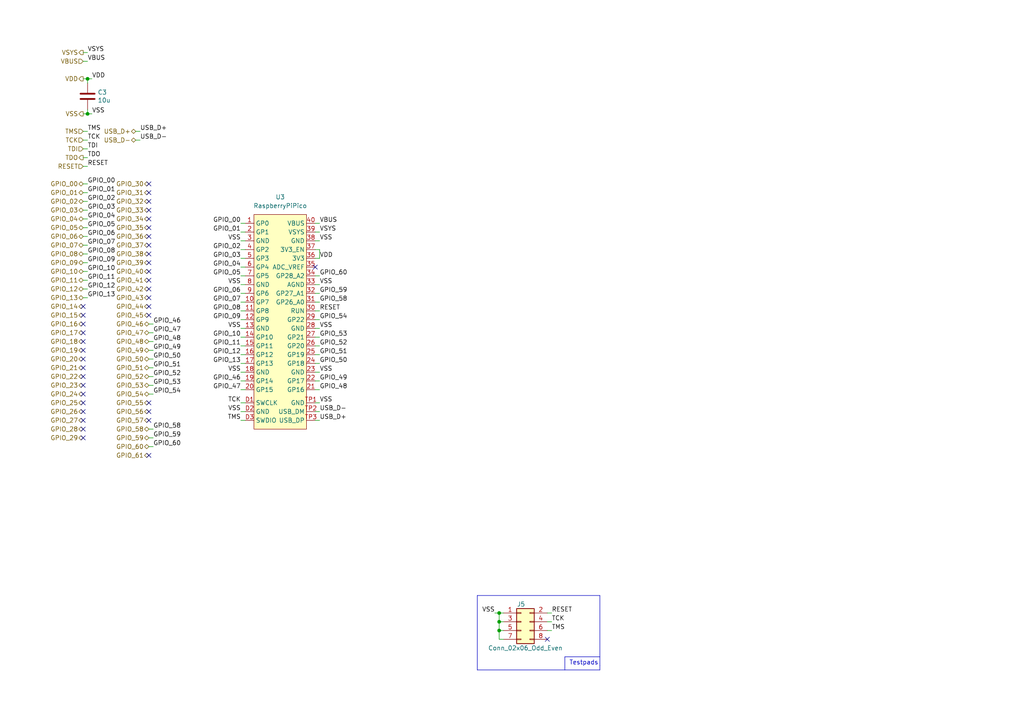
<source format=kicad_sch>
(kicad_sch (version 20230121) (generator eeschema)
  (paper "A4")
  (lib_symbols
    (symbol "Connector_Generic:Conn_02x04_Odd_Even" (pin_names (offset 1.016) hide)
      (property "Reference" "J" (at 1.27 5.08 0))
      (property "Value" "Conn_02x04_Odd_Even" (at 1.27 -7.62 0))
      (symbol "Conn_02x04_Odd_Even_1_1"
        (rectangle (start -1.27 -4.953) (end 0 -5.207) (stroke (width 0.1524)))
        (rectangle (start -1.27 -2.413) (end 0 -2.667) (stroke (width 0.1524)))
        (rectangle (start -1.27 0.127) (end 0 -0.127) (stroke (width 0.1524)))
        (rectangle (start -1.27 2.667) (end 0 2.413) (stroke (width 0.1524)))
        (rectangle (start -1.27 3.81) (end 3.81 -6.35) (stroke (width 0.254)) (fill (type background)))
        (rectangle (start 3.81 -4.953) (end 2.54 -5.207) (stroke (width 0.1524)))
        (rectangle (start 3.81 -2.413) (end 2.54 -2.667) (stroke (width 0.1524)))
        (rectangle (start 3.81 0.127) (end 2.54 -0.127) (stroke (width 0.1524)))
        (rectangle (start 3.81 2.667) (end 2.54 2.413) (stroke (width 0.1524)))
        (pin passive line (at -5.08 2.54 0) (length 3.81) (name "Pin_1") (number "1"))
        (pin passive line (at 7.62 2.54 180) (length 3.81) (name "Pin_2") (number "2"))
        (pin passive line (at -5.08 0 0) (length 3.81) (name "Pin_3") (number "3"))
        (pin passive line (at 7.62 0 180) (length 3.81) (name "Pin_4") (number "4"))
        (pin passive line (at -5.08 -2.54 0) (length 3.81) (name "Pin_5") (number "5"))
        (pin passive line (at 7.62 -2.54 180) (length 3.81) (name "Pin_6") (number "6"))
        (pin passive line (at -5.08 -5.08 0) (length 3.81) (name "Pin_7") (number "7"))
        (pin passive line (at 7.62 -5.08 180) (length 3.81) (name "Pin_8") (number "8"))
      )
    )
    (symbol "Device:C" (pin_numbers hide) (pin_names (offset 0.254))
      (property "Reference" "C" (at 0.635 2.54 0))
      (property "Value" "C" (at 0.635 -2.54 0))
      (symbol "C_0_1"
        (polyline (pts (xy -2.032 -0.762) (xy 2.032 -0.762)) (stroke (width 0.508)))
        (polyline (pts (xy -2.032 0.762) (xy 2.032 0.762)) (stroke (width 0.508)))
      )
      (symbol "C_1_1"
        (pin passive line (at 0 3.81 270) (length 2.794) (name "~") (number "1"))
        (pin passive line (at 0 -3.81 90) (length 2.794) (name "~") (number "2"))
      )
    )
    (symbol "SquantorModules:RaspberryPiPico_extra"
      (property "Reference" "U" (at 0 27.94 0))
      (property "Value" "RaspberryPiPico" (at 0 -36.83 0))
      (symbol "RaspberryPiPico_extra_0_1"
        (rectangle (start -7.62 26.67) (end 7.62 -35.56) (fill (type background)))
      )
      (symbol "RaspberryPiPico_extra_1_1"
        (pin bidirectional line (at -10.16 24.13 0) (length 2.54) (name "GP0") (number "1"))
        (pin bidirectional line (at -10.16 1.27 0) (length 2.54) (name "GP7") (number "10"))
        (pin bidirectional line (at -10.16 -1.27 0) (length 2.54) (name "GP8") (number "11"))
        (pin bidirectional line (at -10.16 -3.81 0) (length 2.54) (name "GP9") (number "12"))
        (pin power_in line (at -10.16 -6.35 0) (length 2.54) (name "GND") (number "13"))
        (pin bidirectional line (at -10.16 -8.89 0) (length 2.54) (name "GP10") (number "14"))
        (pin bidirectional line (at -10.16 -11.43 0) (length 2.54) (name "GP11") (number "15"))
        (pin bidirectional line (at -10.16 -13.97 0) (length 2.54) (name "GP12") (number "16"))
        (pin bidirectional line (at -10.16 -16.51 0) (length 2.54) (name "GP13") (number "17"))
        (pin power_in line (at -10.16 -19.05 0) (length 2.54) (name "GND") (number "18"))
        (pin bidirectional line (at -10.16 -21.59 0) (length 2.54) (name "GP14") (number "19"))
        (pin bidirectional line (at -10.16 21.59 0) (length 2.54) (name "GP1") (number "2"))
        (pin bidirectional line (at -10.16 -24.13 0) (length 2.54) (name "GP15") (number "20"))
        (pin bidirectional line (at 10.16 -24.13 180) (length 2.54) (name "GP16") (number "21"))
        (pin bidirectional line (at 10.16 -21.59 180) (length 2.54) (name "GP17") (number "22"))
        (pin power_in line (at 10.16 -19.05 180) (length 2.54) (name "GND") (number "23"))
        (pin bidirectional line (at 10.16 -16.51 180) (length 2.54) (name "GP18") (number "24"))
        (pin bidirectional line (at 10.16 -13.97 180) (length 2.54) (name "GP19") (number "25"))
        (pin bidirectional line (at 10.16 -11.43 180) (length 2.54) (name "GP20") (number "26"))
        (pin bidirectional line (at 10.16 -8.89 180) (length 2.54) (name "GP21") (number "27"))
        (pin power_in line (at 10.16 -6.35 180) (length 2.54) (name "GND") (number "28"))
        (pin bidirectional line (at 10.16 -3.81 180) (length 2.54) (name "GP22") (number "29"))
        (pin power_in line (at -10.16 19.05 0) (length 2.54) (name "GND") (number "3"))
        (pin input line (at 10.16 -1.27 180) (length 2.54) (name "RUN") (number "30"))
        (pin bidirectional line (at 10.16 1.27 180) (length 2.54) (name "GP26_A0") (number "31"))
        (pin bidirectional line (at 10.16 3.81 180) (length 2.54) (name "GP27_A1") (number "32"))
        (pin power_in line (at 10.16 6.35 180) (length 2.54) (name "AGND") (number "33"))
        (pin bidirectional line (at 10.16 8.89 180) (length 2.54) (name "GP28_A2") (number "34"))
        (pin power_out line (at 10.16 11.43 180) (length 2.54) (name "ADC_VREF") (number "35"))
        (pin power_out line (at 10.16 13.97 180) (length 2.54) (name "3V3") (number "36"))
        (pin input line (at 10.16 16.51 180) (length 2.54) (name "3V3_EN") (number "37"))
        (pin power_in line (at 10.16 19.05 180) (length 2.54) (name "GND") (number "38"))
        (pin power_out line (at 10.16 21.59 180) (length 2.54) (name "VSYS") (number "39"))
        (pin bidirectional line (at -10.16 16.51 0) (length 2.54) (name "GP2") (number "4"))
        (pin power_in line (at 10.16 24.13 180) (length 2.54) (name "VBUS") (number "40"))
        (pin bidirectional line (at -10.16 13.97 0) (length 2.54) (name "GP3") (number "5"))
        (pin bidirectional line (at -10.16 11.43 0) (length 2.54) (name "GP4") (number "6"))
        (pin bidirectional line (at -10.16 8.89 0) (length 2.54) (name "GP5") (number "7"))
        (pin power_in line (at -10.16 6.35 0) (length 2.54) (name "GND") (number "8"))
        (pin bidirectional line (at -10.16 3.81 0) (length 2.54) (name "GP6") (number "9"))
        (pin input line (at -10.16 -27.94 0) (length 2.54) (name "SWCLK") (number "D1"))
        (pin power_in line (at -10.16 -30.48 0) (length 2.54) (name "GND") (number "D2"))
        (pin bidirectional line (at -10.16 -33.02 0) (length 2.54) (name "SWDIO") (number "D3"))
        (pin power_in line (at 10.16 -27.94 180) (length 2.54) (name "GND") (number "TP1"))
        (pin bidirectional line (at 10.16 -30.48 180) (length 2.54) (name "USB_DM") (number "TP2"))
        (pin bidirectional line (at 10.16 -33.02 180) (length 2.54) (name "USB_DP") (number "TP3"))
      )
    )
  )
  (junction (at 144.78 177.8))
  (junction (at 144.78 180.34))
  (junction (at 144.78 182.88))
  (junction (at 25.4 33.02))
  (junction (at 25.4 22.86))
  (no_connect (at 24.13 109.22))
  (no_connect (at 43.18 116.84))
  (no_connect (at 43.18 119.38))
  (no_connect (at 43.18 121.92))
  (no_connect (at 43.18 91.44))
  (no_connect (at 24.13 96.52))
  (no_connect (at 43.18 73.66))
  (no_connect (at 24.13 119.38))
  (no_connect (at 24.13 111.76))
  (no_connect (at 24.13 88.9))
  (no_connect (at 24.13 114.3))
  (no_connect (at 43.18 81.28))
  (no_connect (at 43.18 60.96))
  (no_connect (at 24.13 91.44))
  (no_connect (at 24.13 121.92))
  (no_connect (at 43.18 86.36))
  (no_connect (at 43.18 55.88))
  (no_connect (at 24.13 104.14))
  (no_connect (at 24.13 93.98))
  (no_connect (at 43.18 58.42))
  (no_connect (at 24.13 116.84))
  (no_connect (at 43.18 66.04))
  (no_connect (at 24.13 106.68))
  (no_connect (at 43.18 71.12))
  (no_connect (at 24.13 101.6))
  (no_connect (at 24.13 124.46))
  (no_connect (at 24.13 127))
  (no_connect (at 43.18 76.2))
  (no_connect (at 43.18 68.58))
  (no_connect (at 91.44 77.47))
  (no_connect (at 43.18 132.08))
  (no_connect (at 43.18 83.82))
  (no_connect (at 43.18 63.5))
  (no_connect (at 43.18 88.9))
  (no_connect (at 43.18 53.34))
  (no_connect (at 158.75 185.42))
  (no_connect (at 24.13 99.06))
  (no_connect (at 43.18 78.74))
  (wire (pts (xy 91.44 113.03) (xy 92.71 113.03)))
  (wire (pts (xy 69.85 95.25) (xy 71.12 95.25)))
  (wire (pts (xy 24.13 73.66) (xy 25.4 73.66)))
  (wire (pts (xy 43.18 106.68) (xy 44.45 106.68)))
  (wire (pts (xy 69.85 121.92) (xy 71.12 121.92)))
  (wire (pts (xy 69.85 90.17) (xy 71.12 90.17)))
  (wire (pts (xy 69.85 77.47) (xy 71.12 77.47)))
  (wire (pts (xy 144.78 177.8) (xy 144.78 180.34)))
  (wire (pts (xy 43.18 93.98) (xy 44.45 93.98)))
  (wire (pts (xy 39.37 38.1) (xy 40.64 38.1)))
  (wire (pts (xy 24.13 53.34) (xy 25.4 53.34)))
  (wire (pts (xy 91.44 121.92) (xy 92.71 121.92)))
  (wire (pts (xy 158.75 182.88) (xy 160.02 182.88)))
  (wire (pts (xy 39.37 40.64) (xy 40.64 40.64)))
  (wire (pts (xy 91.44 102.87) (xy 92.71 102.87)))
  (wire (pts (xy 69.85 110.49) (xy 71.12 110.49)))
  (wire (pts (xy 24.13 66.04) (xy 25.4 66.04)))
  (wire (pts (xy 69.85 74.93) (xy 71.12 74.93)))
  (wire (pts (xy 24.13 17.78) (xy 25.4 17.78)))
  (wire (pts (xy 24.13 15.24) (xy 25.4 15.24)))
  (wire (pts (xy 69.85 92.71) (xy 71.12 92.71)))
  (polyline (pts (xy 138.43 194.31) (xy 173.99 194.31)))
  (wire (pts (xy 69.85 87.63) (xy 71.12 87.63)))
  (wire (pts (xy 91.44 74.93) (xy 92.71 74.93)))
  (wire (pts (xy 24.13 81.28) (xy 25.4 81.28)))
  (wire (pts (xy 69.85 69.85) (xy 71.12 69.85)))
  (wire (pts (xy 43.18 99.06) (xy 44.45 99.06)))
  (wire (pts (xy 91.44 67.31) (xy 92.71 67.31)))
  (wire (pts (xy 26.67 33.02) (xy 25.4 33.02)))
  (wire (pts (xy 144.78 177.8) (xy 146.05 177.8)))
  (wire (pts (xy 43.18 111.76) (xy 44.45 111.76)))
  (wire (pts (xy 91.44 85.09) (xy 92.71 85.09)))
  (wire (pts (xy 91.44 82.55) (xy 92.71 82.55)))
  (wire (pts (xy 144.78 182.88) (xy 144.78 185.42)))
  (wire (pts (xy 24.13 60.96) (xy 25.4 60.96)))
  (wire (pts (xy 91.44 87.63) (xy 92.71 87.63)))
  (wire (pts (xy 24.13 63.5) (xy 25.4 63.5)))
  (wire (pts (xy 69.85 116.84) (xy 71.12 116.84)))
  (wire (pts (xy 24.13 33.02) (xy 25.4 33.02)))
  (wire (pts (xy 158.75 180.34) (xy 160.02 180.34)))
  (wire (pts (xy 43.18 101.6) (xy 44.45 101.6)))
  (wire (pts (xy 24.13 71.12) (xy 25.4 71.12)))
  (wire (pts (xy 69.85 67.31) (xy 71.12 67.31)))
  (wire (pts (xy 69.85 64.77) (xy 71.12 64.77)))
  (wire (pts (xy 69.85 80.01) (xy 71.12 80.01)))
  (wire (pts (xy 69.85 107.95) (xy 71.12 107.95)))
  (wire (pts (xy 24.13 43.18) (xy 25.4 43.18)))
  (wire (pts (xy 25.4 33.02) (xy 25.4 31.75)))
  (wire (pts (xy 91.44 100.33) (xy 92.71 100.33)))
  (wire (pts (xy 144.78 180.34) (xy 144.78 182.88)))
  (wire (pts (xy 24.13 68.58) (xy 25.4 68.58)))
  (wire (pts (xy 158.75 177.8) (xy 160.02 177.8)))
  (wire (pts (xy 43.18 109.22) (xy 44.45 109.22)))
  (wire (pts (xy 91.44 105.41) (xy 92.71 105.41)))
  (wire (pts (xy 24.13 78.74) (xy 25.4 78.74)))
  (polyline (pts (xy 173.99 193.04) (xy 173.99 172.72)))
  (wire (pts (xy 69.85 105.41) (xy 71.12 105.41)))
  (polyline (pts (xy 173.99 193.04) (xy 173.99 194.31)))
  (wire (pts (xy 25.4 40.64) (xy 24.13 40.64)))
  (wire (pts (xy 69.85 100.33) (xy 71.12 100.33)))
  (wire (pts (xy 43.18 124.46) (xy 44.45 124.46)))
  (wire (pts (xy 143.51 177.8) (xy 144.78 177.8)))
  (wire (pts (xy 69.85 72.39) (xy 71.12 72.39)))
  (wire (pts (xy 69.85 97.79) (xy 71.12 97.79)))
  (wire (pts (xy 91.44 69.85) (xy 92.71 69.85)))
  (wire (pts (xy 91.44 95.25) (xy 92.71 95.25)))
  (wire (pts (xy 91.44 64.77) (xy 92.71 64.77)))
  (wire (pts (xy 24.13 76.2) (xy 25.4 76.2)))
  (wire (pts (xy 144.78 182.88) (xy 146.05 182.88)))
  (wire (pts (xy 91.44 90.17) (xy 92.71 90.17)))
  (wire (pts (xy 24.13 83.82) (xy 25.4 83.82)))
  (wire (pts (xy 91.44 72.39) (xy 92.71 72.39)))
  (wire (pts (xy 24.13 55.88) (xy 25.4 55.88)))
  (wire (pts (xy 24.13 48.26) (xy 25.4 48.26)))
  (wire (pts (xy 43.18 96.52) (xy 44.45 96.52)))
  (wire (pts (xy 25.4 45.72) (xy 24.13 45.72)))
  (wire (pts (xy 24.13 38.1) (xy 25.4 38.1)))
  (wire (pts (xy 91.44 107.95) (xy 92.71 107.95)))
  (wire (pts (xy 69.85 113.03) (xy 71.12 113.03)))
  (wire (pts (xy 24.13 86.36) (xy 25.4 86.36)))
  (wire (pts (xy 43.18 129.54) (xy 44.45 129.54)))
  (wire (pts (xy 26.67 22.86) (xy 25.4 22.86)))
  (wire (pts (xy 69.85 119.38) (xy 71.12 119.38)))
  (wire (pts (xy 24.13 22.86) (xy 25.4 22.86)))
  (wire (pts (xy 91.44 116.84) (xy 92.71 116.84)))
  (wire (pts (xy 69.85 102.87) (xy 71.12 102.87)))
  (polyline (pts (xy 138.43 172.72) (xy 138.43 194.31)))
  (wire (pts (xy 91.44 92.71) (xy 92.71 92.71)))
  (wire (pts (xy 25.4 22.86) (xy 25.4 24.13)))
  (polyline (pts (xy 173.99 172.72) (xy 138.43 172.72)))
  (wire (pts (xy 43.18 114.3) (xy 44.45 114.3)))
  (wire (pts (xy 43.18 104.14) (xy 44.45 104.14)))
  (polyline (pts (xy 163.83 190.5) (xy 163.83 194.31)))
  (wire (pts (xy 91.44 80.01) (xy 92.71 80.01)))
  (wire (pts (xy 43.18 127) (xy 44.45 127)))
  (wire (pts (xy 91.44 97.79) (xy 92.71 97.79)))
  (wire (pts (xy 69.85 82.55) (xy 71.12 82.55)))
  (wire (pts (xy 69.85 85.09) (xy 71.12 85.09)))
  (wire (pts (xy 92.71 72.39) (xy 92.71 74.93)))
  (polyline (pts (xy 173.99 190.5) (xy 163.83 190.5)))
  (wire (pts (xy 144.78 180.34) (xy 146.05 180.34)))
  (wire (pts (xy 144.78 185.42) (xy 146.05 185.42)))
  (wire (pts (xy 24.13 58.42) (xy 25.4 58.42)))
  (wire (pts (xy 91.44 119.38) (xy 92.71 119.38)))
  (wire (pts (xy 91.44 110.49) (xy 92.71 110.49)))
  (text "Testpads" (at 165.1 193.04 0) (effects (font (size 1.27 1.27)) (justify left bottom)))
  (label "USB_D-" (at 40.64 40.64 0))
  (label "GPIO_51" (at 92.71 102.87 0))
  (label "VBUS" (at 25.4 17.78 0))
  (label "VSS" (at 26.67 33.02 0))
  (label "GPIO_52" (at 92.71 100.33 0))
  (label "GPIO_49" (at 92.71 110.49 0))
  (label "GPIO_11" (at 25.4 81.28 0))
  (label "GPIO_53" (at 44.45 111.76 0))
  (label "GPIO_08" (at 69.85 90.17 180))
  (label "RESET" (at 160.02 177.8 0))
  (label "GPIO_03" (at 25.4 60.96 0))
  (label "GPIO_01" (at 25.4 55.88 0))
  (label "VBUS" (at 92.71 64.77 0))
  (label "VSS" (at 143.51 177.8 180))
  (label "GPIO_01" (at 69.85 67.31 180))
  (label "GPIO_50" (at 44.45 104.14 0))
  (label "TCK" (at 69.85 116.84 180))
  (label "VSS" (at 92.71 107.95 0))
  (label "TCK" (at 25.4 40.64 0))
  (label "VSS" (at 92.71 69.85 0))
  (label "GPIO_59" (at 44.45 127 0))
  (label "GPIO_46" (at 69.85 110.49 180))
  (label "VSS" (at 69.85 119.38 180))
  (label "USB_D+" (at 92.71 121.92 0))
  (label "GPIO_60" (at 44.45 129.54 0))
  (label "GPIO_02" (at 25.4 58.42 0))
  (label "GPIO_58" (at 92.71 87.63 0))
  (label "VSS" (at 92.71 82.55 0))
  (label "GPIO_07" (at 25.4 71.12 0))
  (label "VSYS" (at 92.71 67.31 0))
  (label "GPIO_52" (at 44.45 109.22 0))
  (label "TMS" (at 69.85 121.92 180))
  (label "GPIO_50" (at 92.71 105.41 0))
  (label "VSYS" (at 25.4 15.24 0))
  (label "RESET" (at 92.71 90.17 0))
  (label "GPIO_13" (at 69.85 105.41 180))
  (label "GPIO_06" (at 25.4 68.58 0))
  (label "GPIO_05" (at 69.85 80.01 180))
  (label "GPIO_11" (at 69.85 100.33 180))
  (label "GPIO_47" (at 69.85 113.03 180))
  (label "TDO" (at 25.4 45.72 0))
  (label "GPIO_10" (at 25.4 78.74 0))
  (label "GPIO_54" (at 92.71 92.71 0))
  (label "GPIO_09" (at 69.85 92.71 180))
  (label "VDD" (at 92.71 74.93 0))
  (label "GPIO_13" (at 25.4 86.36 0))
  (label "VSS" (at 69.85 95.25 180))
  (label "GPIO_12" (at 25.4 83.82 0))
  (label "GPIO_02" (at 69.85 72.39 180))
  (label "GPIO_60" (at 92.71 80.01 0))
  (label "GPIO_04" (at 25.4 63.5 0))
  (label "VSS" (at 69.85 107.95 180))
  (label "USB_D-" (at 92.71 119.38 0))
  (label "TDI" (at 25.4 43.18 0))
  (label "GPIO_04" (at 69.85 77.47 180))
  (label "USB_D+" (at 40.64 38.1 0))
  (label "VSS" (at 92.71 116.84 0))
  (label "GPIO_54" (at 44.45 114.3 0))
  (label "TMS" (at 160.02 182.88 0))
  (label "GPIO_10" (at 69.85 97.79 180))
  (label "GPIO_48" (at 92.71 113.03 0))
  (label "GPIO_00" (at 69.85 64.77 180))
  (label "GPIO_03" (at 69.85 74.93 180))
  (label "GPIO_46" (at 44.45 93.98 0))
  (label "GPIO_48" (at 44.45 99.06 0))
  (label "GPIO_05" (at 25.4 66.04 0))
  (label "GPIO_06" (at 69.85 85.09 180))
  (label "VSS" (at 69.85 82.55 180))
  (label "GPIO_12" (at 69.85 102.87 180))
  (label "GPIO_51" (at 44.45 106.68 0))
  (label "VSS" (at 69.85 69.85 180))
  (label "GPIO_58" (at 44.45 124.46 0))
  (label "GPIO_47" (at 44.45 96.52 0))
  (label "GPIO_53" (at 92.71 97.79 0))
  (label "GPIO_59" (at 92.71 85.09 0))
  (label "GPIO_00" (at 25.4 53.34 0))
  (label "GPIO_08" (at 25.4 73.66 0))
  (label "GPIO_49" (at 44.45 101.6 0))
  (label "TCK" (at 160.02 180.34 0))
  (label "VSS" (at 92.71 95.25 0))
  (label "RESET" (at 25.4 48.26 0))
  (label "GPIO_09" (at 25.4 76.2 0))
  (label "TMS" (at 25.4 38.1 0))
  (label "VDD" (at 26.67 22.86 0))
  (label "GPIO_07" (at 69.85 87.63 180))
  (hierarchical_label "VSYS" (shape output) (at 24.13 15.24 180))
  (hierarchical_label "GPIO_30" (shape bidirectional) (at 43.18 53.34 180))
  (hierarchical_label "GPIO_12" (shape bidirectional) (at 24.13 83.82 180))
  (hierarchical_label "GPIO_15" (shape bidirectional) (at 24.13 91.44 180))
  (hierarchical_label "GPIO_39" (shape bidirectional) (at 43.18 76.2 180))
  (hierarchical_label "GPIO_21" (shape bidirectional) (at 24.13 106.68 180))
  (hierarchical_label "GPIO_40" (shape bidirectional) (at 43.18 78.74 180))
  (hierarchical_label "VSS" (shape output) (at 24.13 33.02 180))
  (hierarchical_label "GPIO_02" (shape bidirectional) (at 24.13 58.42 180))
  (hierarchical_label "TDI" (shape input) (at 24.13 43.18 180))
  (hierarchical_label "GPIO_35" (shape bidirectional) (at 43.18 66.04 180))
  (hierarchical_label "GPIO_03" (shape bidirectional) (at 24.13 60.96 180))
  (hierarchical_label "GPIO_20" (shape bidirectional) (at 24.13 104.14 180))
  (hierarchical_label "GPIO_17" (shape bidirectional) (at 24.13 96.52 180))
  (hierarchical_label "GPIO_32" (shape bidirectional) (at 43.18 58.42 180))
  (hierarchical_label "GPIO_60" (shape bidirectional) (at 43.18 129.54 180))
  (hierarchical_label "GPIO_05" (shape bidirectional) (at 24.13 66.04 180))
  (hierarchical_label "GPIO_48" (shape bidirectional) (at 43.18 99.06 180))
  (hierarchical_label "GPIO_11" (shape bidirectional) (at 24.13 81.28 180))
  (hierarchical_label "GPIO_06" (shape bidirectional) (at 24.13 68.58 180))
  (hierarchical_label "GPIO_23" (shape bidirectional) (at 24.13 111.76 180))
  (hierarchical_label "GPIO_34" (shape bidirectional) (at 43.18 63.5 180))
  (hierarchical_label "GPIO_27" (shape bidirectional) (at 24.13 121.92 180))
  (hierarchical_label "GPIO_22" (shape bidirectional) (at 24.13 109.22 180))
  (hierarchical_label "TCK" (shape input) (at 24.13 40.64 180))
  (hierarchical_label "GPIO_38" (shape bidirectional) (at 43.18 73.66 180))
  (hierarchical_label "GPIO_13" (shape bidirectional) (at 24.13 86.36 180))
  (hierarchical_label "GPIO_42" (shape bidirectional) (at 43.18 83.82 180))
  (hierarchical_label "VBUS" (shape input) (at 24.13 17.78 180))
  (hierarchical_label "GPIO_24" (shape bidirectional) (at 24.13 114.3 180))
  (hierarchical_label "USB_D+" (shape bidirectional) (at 39.37 38.1 180))
  (hierarchical_label "GPIO_61" (shape bidirectional) (at 43.18 132.08 180))
  (hierarchical_label "TMS" (shape input) (at 24.13 38.1 180))
  (hierarchical_label "GPIO_43" (shape bidirectional) (at 43.18 86.36 180))
  (hierarchical_label "GPIO_10" (shape bidirectional) (at 24.13 78.74 180))
  (hierarchical_label "GPIO_00" (shape bidirectional) (at 24.13 53.34 180))
  (hierarchical_label "GPIO_37" (shape bidirectional) (at 43.18 71.12 180))
  (hierarchical_label "GPIO_55" (shape bidirectional) (at 43.18 116.84 180))
  (hierarchical_label "GPIO_41" (shape bidirectional) (at 43.18 81.28 180))
  (hierarchical_label "GPIO_25" (shape bidirectional) (at 24.13 116.84 180))
  (hierarchical_label "GPIO_04" (shape bidirectional) (at 24.13 63.5 180))
  (hierarchical_label "USB_D-" (shape bidirectional) (at 39.37 40.64 180))
  (hierarchical_label "GPIO_47" (shape bidirectional) (at 43.18 96.52 180))
  (hierarchical_label "GPIO_45" (shape bidirectional) (at 43.18 91.44 180))
  (hierarchical_label "GPIO_46" (shape bidirectional) (at 43.18 93.98 180))
  (hierarchical_label "GPIO_19" (shape bidirectional) (at 24.13 101.6 180))
  (hierarchical_label "GPIO_36" (shape bidirectional) (at 43.18 68.58 180))
  (hierarchical_label "GPIO_14" (shape bidirectional) (at 24.13 88.9 180))
  (hierarchical_label "GPIO_07" (shape bidirectional) (at 24.13 71.12 180))
  (hierarchical_label "GPIO_51" (shape bidirectional) (at 43.18 106.68 180))
  (hierarchical_label "GPIO_52" (shape bidirectional) (at 43.18 109.22 180))
  (hierarchical_label "GPIO_49" (shape bidirectional) (at 43.18 101.6 180))
  (hierarchical_label "VDD" (shape output) (at 24.13 22.86 180))
  (hierarchical_label "GPIO_26" (shape bidirectional) (at 24.13 119.38 180))
  (hierarchical_label "RESET" (shape input) (at 24.13 48.26 180))
  (hierarchical_label "GPIO_44" (shape bidirectional) (at 43.18 88.9 180))
  (hierarchical_label "GPIO_01" (shape bidirectional) (at 24.13 55.88 180))
  (hierarchical_label "GPIO_28" (shape bidirectional) (at 24.13 124.46 180))
  (hierarchical_label "GPIO_53" (shape bidirectional) (at 43.18 111.76 180))
  (hierarchical_label "GPIO_33" (shape bidirectional) (at 43.18 60.96 180))
  (hierarchical_label "GPIO_16" (shape bidirectional) (at 24.13 93.98 180))
  (hierarchical_label "GPIO_50" (shape bidirectional) (at 43.18 104.14 180))
  (hierarchical_label "GPIO_56" (shape bidirectional) (at 43.18 119.38 180))
  (hierarchical_label "GPIO_58" (shape bidirectional) (at 43.18 124.46 180))
  (hierarchical_label "GPIO_18" (shape bidirectional) (at 24.13 99.06 180))
  (hierarchical_label "GPIO_59" (shape bidirectional) (at 43.18 127 180))
  (hierarchical_label "GPIO_31" (shape bidirectional) (at 43.18 55.88 180))
  (hierarchical_label "GPIO_54" (shape bidirectional) (at 43.18 114.3 180))
  (hierarchical_label "GPIO_29" (shape bidirectional) (at 24.13 127 180))
  (hierarchical_label "TDO" (shape output) (at 24.13 45.72 180))
  (hierarchical_label "GPIO_09" (shape bidirectional) (at 24.13 76.2 180))
  (hierarchical_label "GPIO_08" (shape bidirectional) (at 24.13 73.66 180))
  (hierarchical_label "GPIO_57" (shape bidirectional) (at 43.18 121.92 180))
  (symbol (lib_id "Device:C") (at 25.4 27.94 0) (unit 1)
    (property "Reference" "C3" (at 28.321 26.7716 0) (effects (justify left)))
    (property "Value" "10u" (at 28.321 29.083 0) (effects (justify left)))
    (property "Footprint" "SquantorCapacitor:C_0603" (effects hide))
  )
  (symbol (lib_id "Connector_Generic:Conn_02x04_Odd_Even") (at 151.13 180.34 0) (unit 1)
    (property "Reference" "J5" (at 151.13 175.26 0))
    (property "Value" "Conn_02x06_Odd_Even" (at 152.4 187.96 0))
    (property "Footprint" "SquantorConnectors:Header-0127-2X04-H006" (effects hide))
  )
  (symbol (lib_id "SquantorModules:RaspberryPiPico_extra") (at 81.28 88.9 0) (unit 1)
    (property "Reference" "U3" (at 81.28 57.15 0))
    (property "Value" "RaspberryPiPico" (at 81.28 59.69 0))
    (property "Footprint" "SquantorModules:RaspberryPi_Pico_Original_SMD_nokeepout_USB_TP_TH" (effects hide))
  )
)
</source>
